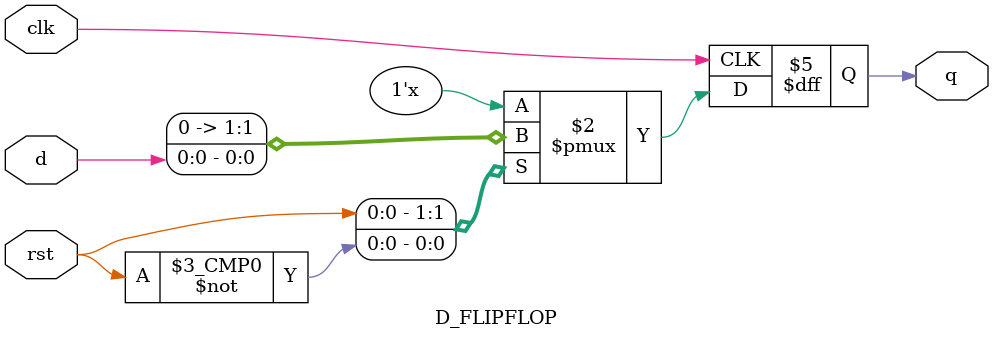
<source format=v>
`timescale 1ns / 1ps


module D_FLIPFLOP(input d,  
              input rst,  
              input clk,  
              output reg q);  
              

    always @ (posedge clk )  
          case(rst)  
        1:q <= 0;  
        0:q <= d; 
         endcase
         
endmodule 


</source>
